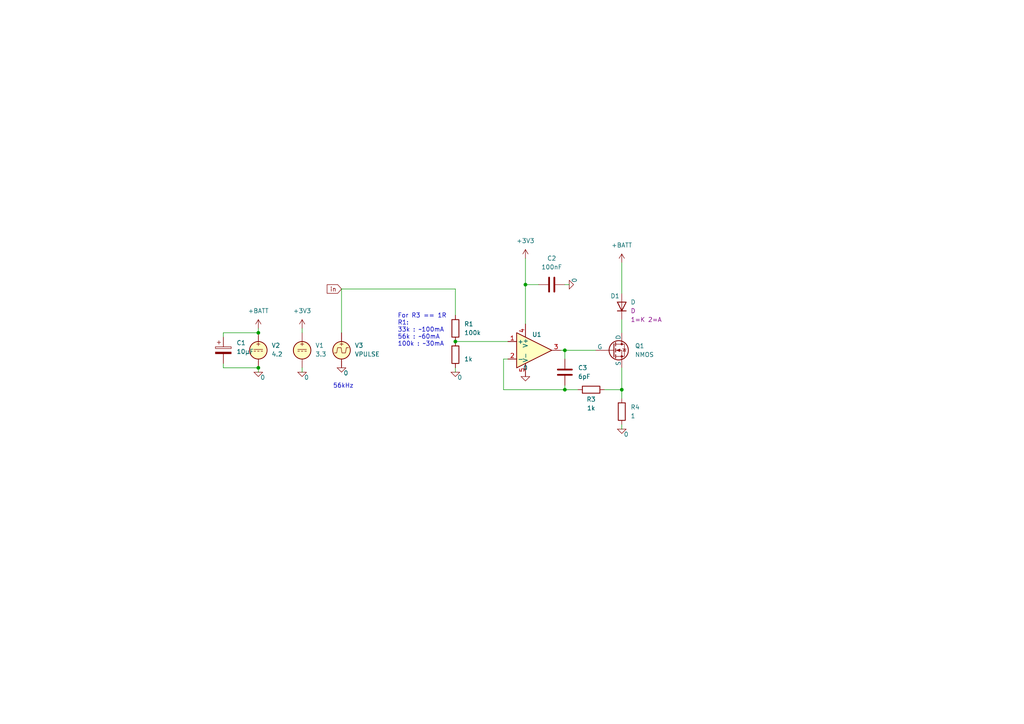
<source format=kicad_sch>
(kicad_sch (version 20230819) (generator eeschema)
  (paper "A4")
  (lib_symbols
    (symbol "Device:C" (pin_numbers hide) (pin_names (offset 0.254))
      (property "Reference" "C" (at 0.635 2.54 0))
      (property "Value" "C" (at 0.635 -2.54 0))
      (symbol "C_0_1"
        (polyline (pts (xy -2.032 -0.762) (xy 2.032 -0.762)) (stroke (width 0.508)))
        (polyline (pts (xy -2.032 0.762) (xy 2.032 0.762)) (stroke (width 0.508)))
      )
      (symbol "C_1_1"
        (pin passive line (at 0 3.81 270) (length 2.794) (name "~") (number "1"))
        (pin passive line (at 0 -3.81 90) (length 2.794) (name "~") (number "2"))
      )
    )
    (symbol "Device:C_Polarized" (pin_numbers hide) (pin_names (offset 0.254))
      (property "Reference" "C" (at 0.635 2.54 0))
      (property "Value" "C_Polarized" (at 0.635 -2.54 0))
      (symbol "C_Polarized_0_1"
        (rectangle (start -2.286 0.508) (end 2.286 1.016))
        (polyline (pts (xy -1.778 2.286) (xy -0.762 2.286)))
        (polyline (pts (xy -1.27 2.794) (xy -1.27 1.778)))
        (rectangle (start 2.286 -0.508) (end -2.286 -1.016) (fill (type outline)))
      )
      (symbol "C_Polarized_1_1"
        (pin passive line (at 0 3.81 270) (length 2.794) (name "~") (number "1"))
        (pin passive line (at 0 -3.81 90) (length 2.794) (name "~") (number "2"))
      )
    )
    (symbol "Device:R" (pin_numbers hide) (pin_names (offset 0))
      (property "Reference" "R" (at 2.032 0 90))
      (property "Value" "R" (at 0 0 90))
      (symbol "R_0_1"
        (rectangle (start -1.016 -2.54) (end 1.016 2.54) (stroke (width 0.254)))
      )
      (symbol "R_1_1"
        (pin passive line (at 0 3.81 270) (length 1.27) (name "~") (number "1"))
        (pin passive line (at 0 -3.81 90) (length 1.27) (name "~") (number "2"))
      )
    )
    (symbol "Simulation_SPICE:0" (power) (pin_names (offset 0))
      (property "Value" "0" (at 0 -1.778 0))
      (symbol "0_0_1"
        (polyline (pts (xy -1.27 0) (xy 0 -1.27) (xy 1.27 0) (xy -1.27 0)))
      )
      (symbol "0_1_1"
        (pin power_in line (at 0 0 0) (length 0) hide (name "0") (number "1"))
      )
    )
    (symbol "Simulation_SPICE:D" (pin_numbers hide) (pin_names (offset 1.016) hide)
      (property "Reference" "D" (at 0 2.54 0))
      (property "Value" "D" (at 0 -2.54 0))
      (property "Sim.Device" "D" (at 0 0 0))
      (property "Sim.Pins" "1=K 2=A" (at 0 0 0))
      (symbol "D_0_1"
        (polyline (pts (xy -1.27 1.27) (xy -1.27 -1.27)) (stroke (width 0.254)))
        (polyline (pts (xy 1.27 0) (xy -1.27 0)))
        (polyline (pts (xy 1.27 1.27) (xy 1.27 -1.27) (xy -1.27 0) (xy 1.27 1.27)) (stroke (width 0.254)))
      )
      (symbol "D_1_1"
        (pin passive line (at -3.81 0 0) (length 2.54) (name "K") (number "1"))
        (pin passive line (at 3.81 0 180) (length 2.54) (name "A") (number "2"))
      )
    )
    (symbol "Simulation_SPICE:NMOS" (pin_numbers hide) (pin_names (offset 0))
      (property "Reference" "Q" (at 5.08 1.27 0))
      (property "Value" "NMOS" (at 5.08 -1.27 0))
      (symbol "NMOS_0_1"
        (polyline (pts (xy 0.254 0) (xy -2.54 0)))
        (polyline (pts (xy 0.254 1.905) (xy 0.254 -1.905)) (stroke (width 0.254)))
        (polyline (pts (xy 0.762 -1.27) (xy 0.762 -2.286)) (stroke (width 0.254)))
        (polyline (pts (xy 0.762 0.508) (xy 0.762 -0.508)) (stroke (width 0.254)))
        (polyline (pts (xy 0.762 2.286) (xy 0.762 1.27)) (stroke (width 0.254)))
        (polyline (pts (xy 2.54 2.54) (xy 2.54 1.778)))
        (polyline (pts (xy 2.54 -2.54) (xy 2.54 0) (xy 0.762 0)))
        (polyline (pts (xy 0.762 -1.778) (xy 3.302 -1.778) (xy 3.302 1.778) (xy 0.762 1.778)))
        (polyline (pts (xy 1.016 0) (xy 2.032 0.381) (xy 2.032 -0.381) (xy 1.016 0)) (fill (type outline)))
        (polyline (pts (xy 2.794 0.508) (xy 2.921 0.381) (xy 3.683 0.381) (xy 3.81 0.254)))
        (polyline (pts (xy 3.302 0.381) (xy 2.921 -0.254) (xy 3.683 -0.254) (xy 3.302 0.381)))
        (circle (center 1.651 0) (radius 2.794) (stroke (width 0.254)))
        (circle (center 2.54 -1.778) (radius 0.254) (fill (type outline)))
        (circle (center 2.54 1.778) (radius 0.254) (fill (type outline)))
      )
      (symbol "NMOS_1_1"
        (pin passive line (at 2.54 5.08 270) (length 2.54) (name "D") (number "1"))
        (pin input line (at -5.08 0 0) (length 2.54) (name "G") (number "2"))
        (pin passive line (at 2.54 -5.08 90) (length 2.54) (name "S") (number "3"))
      )
    )
    (symbol "Simulation_SPICE:OPAMP" (pin_names (offset 0.254))
      (property "Reference" "U" (at 3.81 3.175 0))
      (property "Value" "${SIM.PARAMS}" (at 3.81 -3.175 0))
      (symbol "OPAMP_0_1"
        (polyline (pts (xy 5.08 0) (xy -5.08 5.08) (xy -5.08 -5.08) (xy 5.08 0)) (stroke (width 0.254)) (fill (type background)))
      )
      (symbol "OPAMP_1_1"
        (pin input line (at -7.62 2.54 0) (length 2.54) (name "+") (number "1"))
        (pin input line (at -7.62 -2.54 0) (length 2.54) (name "-") (number "2"))
        (pin output line (at 7.62 0 180) (length 2.54) (name "~") (number "3"))
        (pin power_in line (at -2.54 7.62 270) (length 3.81) (name "V+") (number "4"))
        (pin power_in line (at -2.54 -7.62 90) (length 3.81) (name "V-") (number "5"))
      )
    )
    (symbol "Simulation_SPICE:VDC" (pin_numbers hide) (pin_names (offset 0.0254))
      (property "Reference" "V" (at 2.54 2.54 0))
      (property "Value" "1" (at 2.54 0 0))
      (symbol "VDC_0_0"
        (polyline (pts (xy -1.27 0.254) (xy 1.27 0.254)))
        (polyline (pts (xy -0.762 -0.254) (xy -1.27 -0.254)))
        (polyline (pts (xy 0.254 -0.254) (xy -0.254 -0.254)))
        (polyline (pts (xy 1.27 -0.254) (xy 0.762 -0.254)))
        (text "+" (at 0 1.905 0) (effects (font (size 1.27 1.27))))
      )
      (symbol "VDC_0_1"
        (circle (center 0 0) (radius 2.54) (stroke (width 0.254)) (fill (type background)))
      )
      (symbol "VDC_1_1"
        (pin passive line (at 0 5.08 270) (length 2.54) (name "~") (number "1"))
        (pin passive line (at 0 -5.08 90) (length 2.54) (name "~") (number "2"))
      )
    )
    (symbol "Simulation_SPICE:VPULSE" (pin_numbers hide) (pin_names (offset 0.0254))
      (property "Reference" "V" (at 2.54 2.54 0))
      (property "Value" "VPULSE" (at 2.54 0 0))
      (property "Sim.Params" "y1=0 y2=1 td=2n tr=2n tf=2n tw=50n per=100n" (at 2.54 -2.54 0))
      (symbol "VPULSE_0_0"
        (polyline (pts (xy -2.032 -0.762) (xy -1.397 -0.762) (xy -1.143 0.762) (xy -0.127 0.762) (xy 0.127 -0.762) (xy 1.143 -0.762) (xy 1.397 0.762) (xy 2.032 0.762)))
        (text "+" (at 0 1.905 0) (effects (font (size 1.27 1.27))))
      )
      (symbol "VPULSE_0_1"
        (circle (center 0 0) (radius 2.54) (stroke (width 0.254)) (fill (type background)))
      )
      (symbol "VPULSE_1_1"
        (pin passive line (at 0 5.08 270) (length 2.54) (name "~") (number "1"))
        (pin passive line (at 0 -5.08 90) (length 2.54) (name "~") (number "2"))
      )
    )
    (symbol "power:+3V3" (power) (pin_names (offset 0))
      (property "Value" "+3V3" (at 0 3.556 0))
      (symbol "+3V3_0_1"
        (polyline (pts (xy -0.762 1.27) (xy 0 2.54)))
        (polyline (pts (xy 0 0) (xy 0 2.54)))
        (polyline (pts (xy 0 2.54) (xy 0.762 1.27)))
      )
      (symbol "+3V3_1_1"
        (pin power_in line (at 0 0 90) (length 0) hide (name "+3V3") (number "1"))
      )
    )
    (symbol "power:+BATT" (power) (pin_names (offset 0))
      (property "Value" "+BATT" (at 0 3.556 0))
      (symbol "+BATT_0_1"
        (polyline (pts (xy -0.762 1.27) (xy 0 2.54)))
        (polyline (pts (xy 0 0) (xy 0 2.54)))
        (polyline (pts (xy 0 2.54) (xy 0.762 1.27)))
      )
      (symbol "+BATT_1_1"
        (pin power_in line (at 0 0 90) (length 0) hide (name "+BATT") (number "1"))
      )
    )
  )
  (junction (at 74.93 96.52))
  (junction (at 132.08 99.06))
  (junction (at 74.93 106.68))
  (junction (at 163.83 101.6))
  (junction (at 180.34 113.03))
  (junction (at 163.83 113.03))
  (junction (at 152.4 82.55))
  (wire (pts (xy 180.34 106.68) (xy 180.34 113.03)))
  (wire (pts (xy 165.1 82.55) (xy 163.83 82.55)))
  (wire (pts (xy 180.34 76.2) (xy 180.34 85.09)))
  (wire (pts (xy 163.83 113.03) (xy 167.64 113.03)))
  (wire (pts (xy 162.56 101.6) (xy 163.83 101.6)))
  (wire (pts (xy 99.06 83.82) (xy 132.08 83.82)))
  (wire (pts (xy 87.63 95.25) (xy 87.63 96.52)))
  (wire (pts (xy 132.08 99.06) (xy 147.32 99.06)))
  (wire (pts (xy 87.63 107.95) (xy 87.63 106.68)))
  (wire (pts (xy 175.26 113.03) (xy 180.34 113.03)))
  (wire (pts (xy 74.93 107.95) (xy 74.93 106.68)))
  (wire (pts (xy 132.08 83.82) (xy 132.08 91.44)))
  (wire (pts (xy 74.93 95.25) (xy 74.93 96.52)))
  (wire (pts (xy 64.77 105.41) (xy 64.77 106.68)))
  (wire (pts (xy 152.4 82.55) (xy 152.4 93.98)))
  (wire (pts (xy 64.77 97.79) (xy 64.77 96.52)))
  (wire (pts (xy 163.83 101.6) (xy 163.83 104.14)))
  (wire (pts (xy 163.83 101.6) (xy 172.72 101.6)))
  (wire (pts (xy 64.77 106.68) (xy 74.93 106.68)))
  (wire (pts (xy 163.83 111.76) (xy 163.83 113.03)))
  (wire (pts (xy 64.77 96.52) (xy 74.93 96.52)))
  (wire (pts (xy 146.05 113.03) (xy 163.83 113.03)))
  (wire (pts (xy 180.34 124.46) (xy 180.34 123.19)))
  (wire (pts (xy 99.06 96.52) (xy 99.06 83.82)))
  (wire (pts (xy 152.4 74.93) (xy 152.4 82.55)))
  (wire (pts (xy 146.05 104.14) (xy 147.32 104.14)))
  (wire (pts (xy 156.21 82.55) (xy 152.4 82.55)))
  (wire (pts (xy 180.34 113.03) (xy 180.34 115.57)))
  (wire (pts (xy 180.34 92.71) (xy 180.34 96.52)))
  (wire (pts (xy 132.08 107.95) (xy 132.08 106.68)))
  (wire (pts (xy 146.05 104.14) (xy 146.05 113.03)))
  (text "For R3 == 1R\nR1:\n33k : ~100mA\n56k : ~60mA\n100k : ~30mA" (at 115.316 95.758 0) (effects (font (size 1.27 1.27)) (justify left)))
  (text "56kHz" (at 99.568 112.014 0) (effects (font (size 1.27 1.27))))
  (global_label "in" (shape input) (at 99.06 83.82 180) (property "Intersheetrefs" "${INTERSHEET_REFS}" (effects hide)))
  (symbol (lib_id "Device:C") (at 160.02 82.55 90) (unit 1)
    (property "Reference" "C2" (at 160.02 74.93 90))
    (property "Value" "100nF" (at 160.02 77.47 90))
    (property "Description" "Unpolarized capacitor" (effects hide))
  )
  (symbol (lib_id "Device:R") (at 132.08 95.25 180) (unit 1)
    (property "Reference" "R1" (at 134.62 93.9799 0) (effects (justify right)))
    (property "Value" "100k" (at 134.62 96.5199 0) (effects (justify right)))
    (property "Description" "Resistor" (effects hide))
  )
  (symbol (lib_id "Simulation_SPICE:OPAMP") (at 154.94 101.6 0) (unit 1)
    (property "Reference" "U1" (at 155.702 97.028 0))
    (property "Value" "${SIM.PARAMS}" (effects hide))
    (property "Description" "Operational amplifier, single, node sequence=1:+ 2:- 3:OUT 4:V+ 5:V-" (effects hide))
    (property "Sim.Pins" "1=1 2=2 3=45 4=99 5=50" (effects hide))
    (property "Sim.Device" "SUBCKT" (effects hide))
    (property "Sim.Library" "AD8033.cir" (effects hide))
    (property "Sim.Name" "AD8033" (effects hide))
  )
  (symbol (lib_id "Device:R") (at 171.45 113.03 270) (unit 1)
    (property "Reference" "R3" (at 171.45 115.824 90))
    (property "Value" "1k" (at 171.45 118.364 90))
    (property "Description" "Resistor" (effects hide))
  )
  (symbol (lib_id "Simulation_SPICE:0") (at 152.4 109.22 0) (unit 1)
    (property "Reference" "#GND04" (effects hide))
    (property "Value" "0" (at 152.4 106.68 0))
    (property "Description" "0V reference potential for simulation" (effects hide))
  )
  (symbol (lib_id "Simulation_SPICE:VDC") (at 87.63 101.6 0) (unit 1)
    (property "Reference" "V1" (at 91.44 100.2001 0) (effects (justify left)))
    (property "Value" "3.3" (at 91.44 102.7401 0) (effects (justify left)))
    (property "Description" "Voltage source, DC" (effects hide))
    (property "Sim.Pins" "1=+ 2=-" (effects hide))
    (property "Sim.Type" "DC" (effects hide))
    (property "Sim.Device" "V" (effects hide))
  )
  (symbol (lib_id "Device:R") (at 132.08 102.87 180) (unit 1)
    (property "Reference" "R2" (effects hide))
    (property "Value" "1k" (at 134.62 104.1399 0) (effects (justify right)))
    (property "Description" "Resistor" (effects hide))
  )
  (symbol (lib_id "Simulation_SPICE:0") (at 180.34 124.46 0) (unit 1)
    (property "Reference" "#GND03" (effects hide))
    (property "Value" "0" (at 181.61 125.984 0))
    (property "Description" "0V reference potential for simulation" (effects hide))
  )
  (symbol (lib_id "Simulation_SPICE:0") (at 132.08 107.95 0) (unit 1)
    (property "Reference" "#GND02" (effects hide))
    (property "Value" "0" (at 133.35 109.474 0))
    (property "Description" "0V reference potential for simulation" (effects hide))
  )
  (symbol (lib_id "Simulation_SPICE:0") (at 74.93 107.95 0) (unit 1)
    (property "Reference" "#GND05" (effects hide))
    (property "Value" "0" (at 76.2 109.474 0))
    (property "Description" "0V reference potential for simulation" (effects hide))
  )
  (symbol (lib_id "Simulation_SPICE:VPULSE") (at 99.06 101.6 0) (unit 1)
    (property "Reference" "V3" (at 102.87 100.2001 0) (effects (justify left)))
    (property "Value" "VPULSE" (at 102.87 102.7401 0) (effects (justify left)))
    (property "Description" "Voltage source, pulse" (effects hide))
    (property "Sim.Pins" "1=+ 2=-" (effects hide))
    (property "Sim.Type" "PULSE" (effects hide))
    (property "Sim.Device" "V" (effects hide))
    (property "Sim.Params" "y1=0 y2=3.3 td=2n tr=2n tf=2n tw=9µs per=18µs" (effects hide))
  )
  (symbol (lib_id "Device:C") (at 163.83 107.95 180) (unit 1)
    (property "Reference" "C3" (at 167.64 106.6799 0) (effects (justify right)))
    (property "Value" "6pF" (at 167.64 109.2199 0) (effects (justify right)))
    (property "Description" "Unpolarized capacitor" (effects hide))
  )
  (symbol (lib_id "Simulation_SPICE:NMOS") (at 177.8 101.6 0) (unit 1)
    (property "Reference" "Q1" (at 184.15 100.3299 0) (effects (justify left)))
    (property "Value" "NMOS" (at 184.15 102.8699 0) (effects (justify left)))
    (property "Datasheet" "https://ngspice.sourceforge.io/docs/ngspice-manual.pdf" (effects hide))
    (property "Description" "N-MOSFET transistor, drain/source/gate" (effects hide))
    (property "Sim.Device" "NMOS" (effects hide))
    (property "Sim.Type" "VDMOS" (effects hide))
    (property "Sim.Pins" "1=D 2=G 3=S" (effects hide))
    (property "Sim.Params" "vto=1" (effects hide))
  )
  (symbol (lib_id "Simulation_SPICE:D") (at 180.34 88.9 90) (unit 1)
    (property "Reference" "D1" (at 177.038 85.852 90) (effects (justify right)))
    (property "Value" "D" (at 182.88 87.6299 90) (effects (justify right)))
    (property "Description" "Diode for simulation or PCB" (effects hide))
    (property "Sim.Device" "D" (at 182.88 90.1699 90) (effects (justify right)))
    (property "Sim.Pins" "1=K 2=A" (at 182.88 92.7099 90) (effects (justify right)))
  )
  (symbol (lib_id "Simulation_SPICE:0") (at 99.06 106.68 0) (unit 1)
    (property "Reference" "#GND06" (effects hide))
    (property "Value" "0" (at 100.33 108.204 0))
    (property "Description" "0V reference potential for simulation" (effects hide))
  )
  (symbol (lib_id "Simulation_SPICE:VDC") (at 74.93 101.6 0) (unit 1)
    (property "Reference" "V2" (at 78.74 100.2001 0) (effects (justify left)))
    (property "Value" "4.2" (at 78.74 102.7401 0) (effects (justify left)))
    (property "Description" "Voltage source, DC" (effects hide))
    (property "Sim.Pins" "1=+ 2=-" (effects hide))
    (property "Sim.Type" "DC" (effects hide))
    (property "Sim.Device" "V" (effects hide))
  )
  (symbol (lib_id "Simulation_SPICE:0") (at 87.63 107.95 0) (unit 1)
    (property "Reference" "#GND01" (effects hide))
    (property "Value" "0" (at 88.9 109.474 0))
    (property "Description" "0V reference potential for simulation" (effects hide))
  )
  (symbol (lib_id "power:+3V3") (at 152.4 74.93 0) (unit 1)
    (property "Reference" "#PWR03" (effects hide))
    (property "Value" "+3V3" (at 152.4 69.85 0))
    (property "Description" "Power symbol creates a global label with name \"+3V3\"" (effects hide))
  )
  (symbol (lib_id "Simulation_SPICE:0") (at 165.1 82.55 90) (unit 1)
    (property "Reference" "#GND07" (effects hide))
    (property "Value" "0" (at 166.624 81.28 0))
    (property "Description" "0V reference potential for simulation" (effects hide))
  )
  (symbol (lib_id "power:+3V3") (at 87.63 95.25 0) (unit 1)
    (property "Reference" "#PWR01" (effects hide))
    (property "Value" "+3V3" (at 87.63 90.17 0))
    (property "Description" "Power symbol creates a global label with name \"+3V3\"" (effects hide))
  )
  (symbol (lib_id "Device:R") (at 180.34 119.38 0) (unit 1)
    (property "Reference" "R4" (at 182.88 118.1099 0) (effects (justify left)))
    (property "Value" "1" (at 182.88 120.6499 0) (effects (justify left)))
    (property "Description" "Resistor" (effects hide))
  )
  (symbol (lib_id "power:+BATT") (at 180.34 76.2 0) (unit 1)
    (property "Reference" "#PWR06" (effects hide))
    (property "Value" "+BATT" (at 180.34 71.12 0))
    (property "Description" "Power symbol creates a global label with name \"+BATT\"" (effects hide))
  )
  (symbol (lib_id "Device:C_Polarized") (at 64.77 101.6 0) (unit 1)
    (property "Reference" "C1" (at 68.58 99.4409 0) (effects (justify left)))
    (property "Value" "10µF" (at 68.58 101.9809 0) (effects (justify left)))
    (property "Description" "Polarized capacitor" (effects hide))
  )
  (symbol (lib_id "power:+BATT") (at 74.93 95.25 0) (unit 1)
    (property "Reference" "#PWR05" (effects hide))
    (property "Value" "+BATT" (at 74.93 90.17 0))
    (property "Description" "Power symbol creates a global label with name \"+BATT\"" (effects hide))
  )
)
</source>
